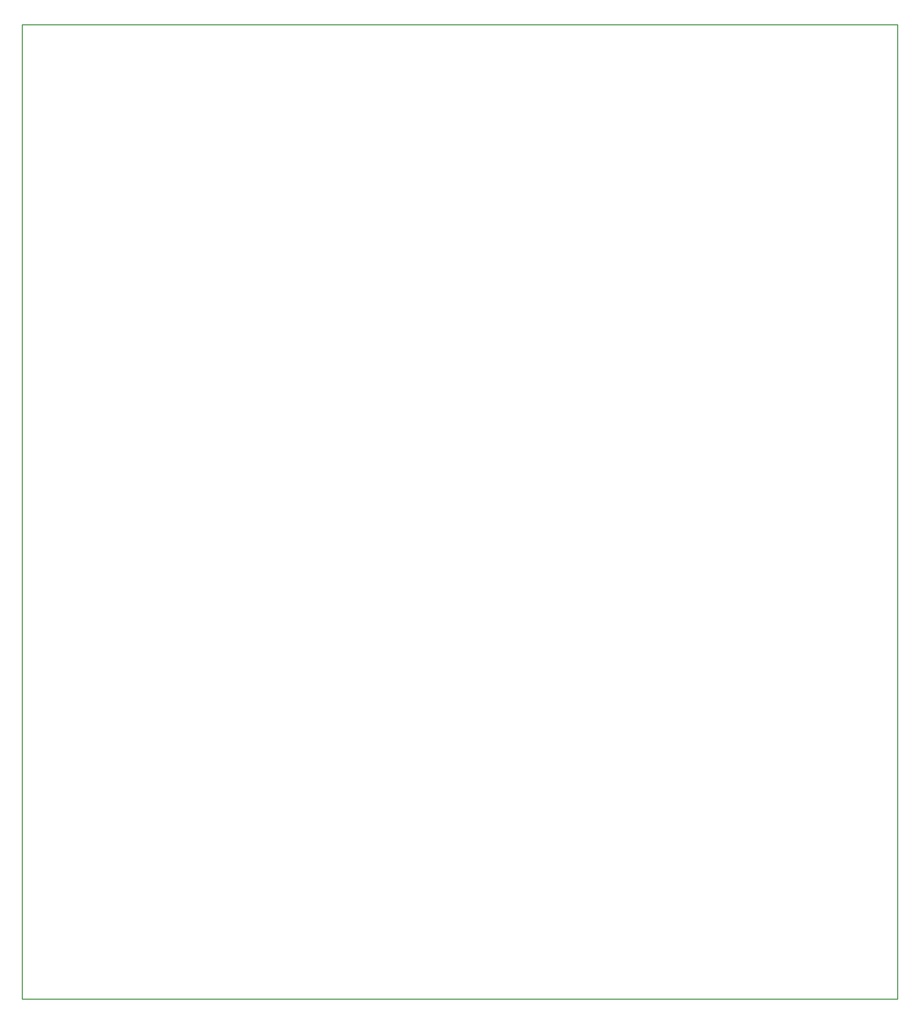
<source format=gm1>
G04 Layer_Color=16776960*
%FSLAX23Y23*%
%MOIN*%
G70*
G01*
G75*
%ADD58C,0.012*%
D58*
X-0Y-0D02*
X11762D01*
Y13091D01*
X-0D02*
X11762D01*
X-0Y-0D02*
Y13091D01*
M02*

</source>
